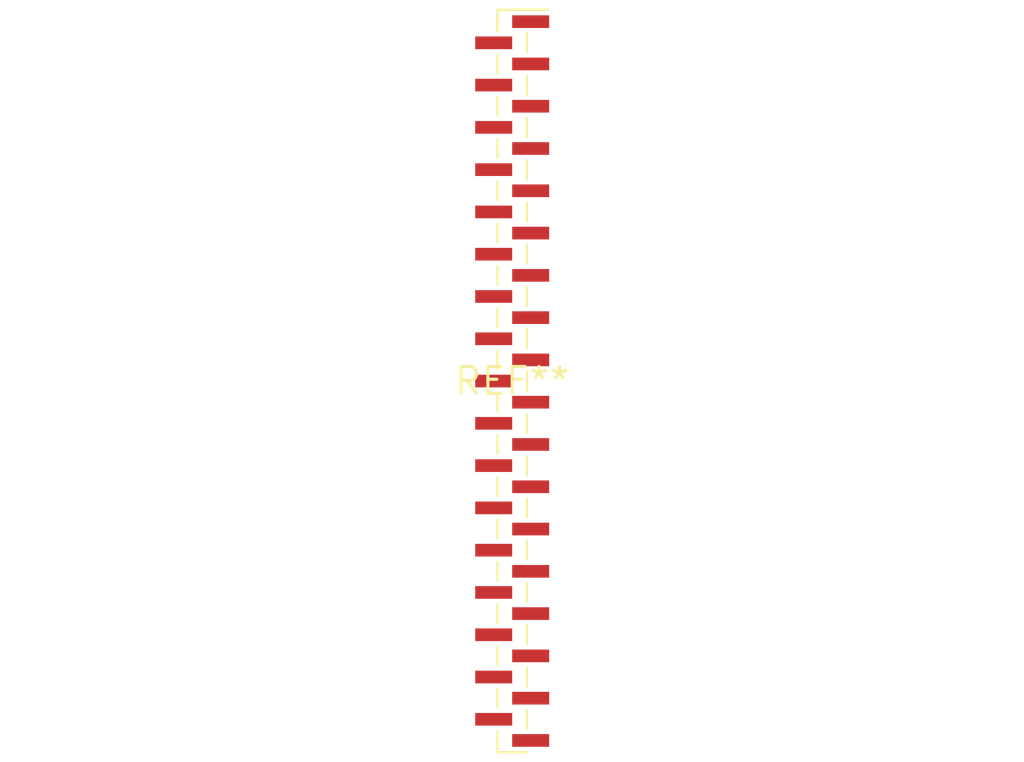
<source format=kicad_pcb>
(kicad_pcb (version 20240108) (generator pcbnew)
  (layers (0 "F.Cu" signal) (31 "B.Cu" signal) (34 "B.Paste" user) (35 "F.Paste" user) (36 "B.SilkS" user "B.Silkscreen") (37 "F.SilkS" user "F.Silkscreen") (38 "B.Mask" user) (39 "F.Mask" user) (44 "Edge.Cuts" user))
  (net 0 "")
  (footprint "PinHeader_1x35_P1.00mm_Vertical_SMD_Pin1Right" (layer "F.Cu") (at 0 0)
    (property "Reference" "REF**")
    (property "Value" "PinHeader_1x35_P1.00mm_Vertical_SMD_Pin1Right")
    (fp_line (start -0.695 -17.56) (end -0.695 -16.56) (layer "F.SilkS") (stroke (width 0.12)))
    (fp_line (start -0.695 -17.56) (end 0.695 -17.56) (layer "F.SilkS") (stroke (width 0.12)))
    (fp_line (start -0.695 -17.44) (end -0.695 -16.56) (layer "F.SilkS") (stroke (width 0.12)))
    (fp_line (start -0.695 -15.44) (end -0.695 -14.56) (layer "F.SilkS") (stroke (width 0.12)))
    (fp_line (start -0.695 -13.44) (end -0.695 -12.56) (layer "F.SilkS") (stroke (width 0.12)))
    (fp_line (start -0.695 -11.44) (end -0.695 -10.56) (layer "F.SilkS") (stroke (width 0.12)))
    (fp_line (start -0.695 -9.44) (end -0.695 -8.56) (layer "F.SilkS") (stroke (width 0.12)))
    (fp_line (start -0.695 -7.44) (end -0.695 -6.56) (layer "F.SilkS") (stroke (width 0.12)))
    (fp_line (start -0.695 -5.44) (end -0.695 -4.56) (layer "F.SilkS") (stroke (width 0.12)))
    (fp_line (start -0.695 -3.44) (end -0.695 -2.56) (layer "F.SilkS") (stroke (width 0.12)))
    (fp_line (start -0.695 -1.44) (end -0.695 -0.56) (layer "F.SilkS") (stroke (width 0.12)))
    (fp_line (start -0.695 0.56) (end -0.695 1.44) (layer "F.SilkS") (stroke (width 0.12)))
    (fp_line (start -0.695 2.56) (end -0.695 3.44) (layer "F.SilkS") (stroke (width 0.12)))
    (fp_line (start -0.695 4.56) (end -0.695 5.44) (layer "F.SilkS") (stroke (width 0.12)))
    (fp_line (start -0.695 6.56) (end -0.695 7.44) (layer "F.SilkS") (stroke (width 0.12)))
    (fp_line (start -0.695 8.56) (end -0.695 9.44) (layer "F.SilkS") (stroke (width 0.12)))
    (fp_line (start -0.695 10.56) (end -0.695 11.44) (layer "F.SilkS") (stroke (width 0.12)))
    (fp_line (start -0.695 12.56) (end -0.695 13.44) (layer "F.SilkS") (stroke (width 0.12)))
    (fp_line (start -0.695 14.56) (end -0.695 15.44) (layer "F.SilkS") (stroke (width 0.12)))
    (fp_line (start -0.695 16.56) (end -0.695 17.56) (layer "F.SilkS") (stroke (width 0.12)))
    (fp_line (start -0.695 17.56) (end -0.695 17.56) (layer "F.SilkS") (stroke (width 0.12)))
    (fp_line (start -0.695 17.56) (end 0.695 17.56) (layer "F.SilkS") (stroke (width 0.12)))
    (fp_line (start 0.695 -17.56) (end 0.695 -17.56) (layer "F.SilkS") (stroke (width 0.12)))
    (fp_line (start 0.695 -17.56) (end 1.69 -17.56) (layer "F.SilkS") (stroke (width 0.12)))
    (fp_line (start 0.695 -16.44) (end 0.695 -15.56) (layer "F.SilkS") (stroke (width 0.12)))
    (fp_line (start 0.695 -14.44) (end 0.695 -13.56) (layer "F.SilkS") (stroke (width 0.12)))
    (fp_line (start 0.695 -12.44) (end 0.695 -11.56) (layer "F.SilkS") (stroke (width 0.12)))
    (fp_line (start 0.695 -10.44) (end 0.695 -9.56) (layer "F.SilkS") (stroke (width 0.12)))
    (fp_line (start 0.695 -8.44) (end 0.695 -7.56) (layer "F.SilkS") (stroke (width 0.12)))
    (fp_line (start 0.695 -6.44) (end 0.695 -5.56) (layer "F.SilkS") (stroke (width 0.12)))
    (fp_line (start 0.695 -4.44) (end 0.695 -3.56) (layer "F.SilkS") (stroke (width 0.12)))
    (fp_line (start 0.695 -2.44) (end 0.695 -1.56) (layer "F.SilkS") (stroke (width 0.12)))
    (fp_line (start 0.695 -0.44) (end 0.695 0.44) (layer "F.SilkS") (stroke (width 0.12)))
    (fp_line (start 0.695 1.56) (end 0.695 2.44) (layer "F.SilkS") (stroke (width 0.12)))
    (fp_line (start 0.695 3.56) (end 0.695 4.44) (layer "F.SilkS") (stroke (width 0.12)))
    (fp_line (start 0.695 5.56) (end 0.695 6.44) (layer "F.SilkS") (stroke (width 0.12)))
    (fp_line (start 0.695 7.56) (end 0.695 8.44) (layer "F.SilkS") (stroke (width 0.12)))
    (fp_line (start 0.695 9.56) (end 0.695 10.44) (layer "F.SilkS") (stroke (width 0.12)))
    (fp_line (start 0.695 11.56) (end 0.695 12.44) (layer "F.SilkS") (stroke (width 0.12)))
    (fp_line (start 0.695 13.56) (end 0.695 14.44) (layer "F.SilkS") (stroke (width 0.12)))
    (fp_line (start 0.695 15.56) (end 0.695 16.44) (layer "F.SilkS") (stroke (width 0.12)))
    (pad "1" smd rect (at 0.875 -17) (size 1.75 0.6) (layers "F.Cu" "F.Paste" "F.Mask"))
    (pad "2" smd rect (at -0.875 -16) (size 1.75 0.6) (layers "F.Cu" "F.Paste" "F.Mask"))
    (pad "3" smd rect (at 0.875 -15) (size 1.75 0.6) (layers "F.Cu" "F.Paste" "F.Mask"))
    (pad "4" smd rect (at -0.875 -14) (size 1.75 0.6) (layers "F.Cu" "F.Paste" "F.Mask"))
    (pad "5" smd rect (at 0.875 -13) (size 1.75 0.6) (layers "F.Cu" "F.Paste" "F.Mask"))
    (pad "6" smd rect (at -0.875 -12) (size 1.75 0.6) (layers "F.Cu" "F.Paste" "F.Mask"))
    (pad "7" smd rect (at 0.875 -11) (size 1.75 0.6) (layers "F.Cu" "F.Paste" "F.Mask"))
    (pad "8" smd rect (at -0.875 -10) (size 1.75 0.6) (layers "F.Cu" "F.Paste" "F.Mask"))
    (pad "9" smd rect (at 0.875 -9) (size 1.75 0.6) (layers "F.Cu" "F.Paste" "F.Mask"))
    (pad "10" smd rect (at -0.875 -8) (size 1.75 0.6) (layers "F.Cu" "F.Paste" "F.Mask"))
    (pad "11" smd rect (at 0.875 -7) (size 1.75 0.6) (layers "F.Cu" "F.Paste" "F.Mask"))
    (pad "12" smd rect (at -0.875 -6) (size 1.75 0.6) (layers "F.Cu" "F.Paste" "F.Mask"))
    (pad "13" smd rect (at 0.875 -5) (size 1.75 0.6) (layers "F.Cu" "F.Paste" "F.Mask"))
    (pad "14" smd rect (at -0.875 -4) (size 1.75 0.6) (layers "F.Cu" "F.Paste" "F.Mask"))
    (pad "15" smd rect (at 0.875 -3) (size 1.75 0.6) (layers "F.Cu" "F.Paste" "F.Mask"))
    (pad "16" smd rect (at -0.875 -2) (size 1.75 0.6) (layers "F.Cu" "F.Paste" "F.Mask"))
    (pad "17" smd rect (at 0.875 -1) (size 1.75 0.6) (layers "F.Cu" "F.Paste" "F.Mask"))
    (pad "18" smd rect (at -0.875 0) (size 1.75 0.6) (layers "F.Cu" "F.Paste" "F.Mask"))
    (pad "19" smd rect (at 0.875 1) (size 1.75 0.6) (layers "F.Cu" "F.Paste" "F.Mask"))
    (pad "20" smd rect (at -0.875 2) (size 1.75 0.6) (layers "F.Cu" "F.Paste" "F.Mask"))
    (pad "21" smd rect (at 0.875 3) (size 1.75 0.6) (layers "F.Cu" "F.Paste" "F.Mask"))
    (pad "22" smd rect (at -0.875 4) (size 1.75 0.6) (layers "F.Cu" "F.Paste" "F.Mask"))
    (pad "23" smd rect (at 0.875 5) (size 1.75 0.6) (layers "F.Cu" "F.Paste" "F.Mask"))
    (pad "24" smd rect (at -0.875 6) (size 1.75 0.6) (layers "F.Cu" "F.Paste" "F.Mask"))
    (pad "25" smd rect (at 0.875 7) (size 1.75 0.6) (layers "F.Cu" "F.Paste" "F.Mask"))
    (pad "26" smd rect (at -0.875 8) (size 1.75 0.6) (layers "F.Cu" "F.Paste" "F.Mask"))
    (pad "27" smd rect (at 0.875 9) (size 1.75 0.6) (layers "F.Cu" "F.Paste" "F.Mask"))
    (pad "28" smd rect (at -0.875 10) (size 1.75 0.6) (layers "F.Cu" "F.Paste" "F.Mask"))
    (pad "29" smd rect (at 0.875 11) (size 1.75 0.6) (layers "F.Cu" "F.Paste" "F.Mask"))
    (pad "30" smd rect (at -0.875 12) (size 1.75 0.6) (layers "F.Cu" "F.Paste" "F.Mask"))
    (pad "31" smd rect (at 0.875 13) (size 1.75 0.6) (layers "F.Cu" "F.Paste" "F.Mask"))
    (pad "32" smd rect (at -0.875 14) (size 1.75 0.6) (layers "F.Cu" "F.Paste" "F.Mask"))
    (pad "33" smd rect (at 0.875 15) (size 1.75 0.6) (layers "F.Cu" "F.Paste" "F.Mask"))
    (pad "34" smd rect (at -0.875 16) (size 1.75 0.6) (layers "F.Cu" "F.Paste" "F.Mask"))
    (pad "35" smd rect (at 0.875 17) (size 1.75 0.6) (layers "F.Cu" "F.Paste" "F.Mask"))
  )
)
</source>
